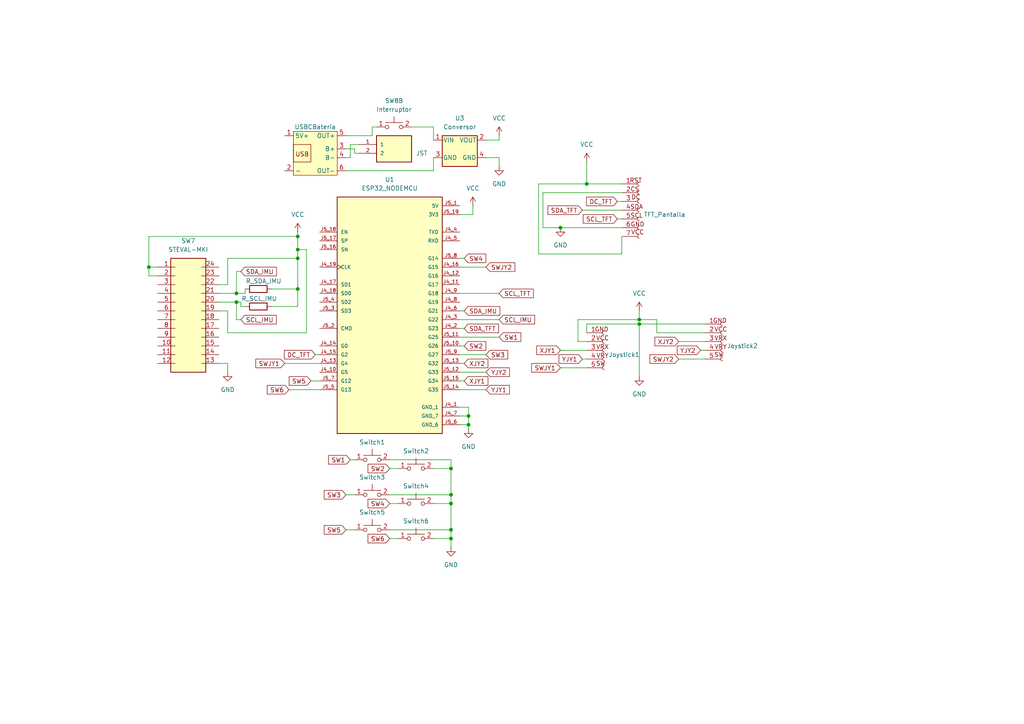
<source format=kicad_sch>
(kicad_sch (version 20231120) (generator "eeschema") (generator_version "8.0")
  (paper "A4")
  (lib_symbols
    (symbol "Connector:Conn_01x05_Socket" (pin_names (offset 1.016) hide)
      (property "Value" "Joystick1" (at 1.27 -1.2699 0))
      (symbol "Conn_01x05_Socket_1_1"
        (arc (start 0 -4.572) (mid -0.5058 -5.08) (end 0 -5.588) (stroke (width 0.1524)))
        (arc (start 0 -2.032) (mid -0.5058 -2.54) (end 0 -3.048) (stroke (width 0.1524)))
        (polyline (pts (xy -1.27 -5.08) (xy -0.508 -5.08)) (stroke (width 0.1524)))
        (polyline (pts (xy -1.27 -2.54) (xy -0.508 -2.54)) (stroke (width 0.1524)))
        (polyline (pts (xy -1.27 0) (xy -0.508 0)) (stroke (width 0.1524)))
        (polyline (pts (xy -1.27 2.54) (xy -0.508 2.54)) (stroke (width 0.1524)))
        (polyline (pts (xy -1.27 5.08) (xy -0.508 5.08)) (stroke (width 0.1524)))
        (arc (start 0 0.508) (mid -0.5058 0) (end 0 -0.508) (stroke (width 0.1524)))
        (arc (start 0 3.048) (mid -0.5058 2.54) (end 0 2.032) (stroke (width 0.1524)))
        (arc (start 0 5.588) (mid -0.5058 5.08) (end 0 4.572) (stroke (width 0.1524)))
        (text "GND" (at -0.762 6.096 0) (effects (font (size 1.27 1.27))))
        (text "SW" (at -1.016 -3.81 0) (effects (font (size 1.27 1.27))))
        (text "VCC" (at -0.508 3.556 0) (effects (font (size 1.27 1.27))))
        (text "VRX" (at -0.508 1.016 0) (effects (font (size 1.27 1.27))))
        (text "VRY" (at -0.508 -1.524 0) (effects (font (size 1.27 1.27))))
        (pin passive line (at -5.08 5.08 0) (length 3.81) (name "Pin_1") (number "1"))
        (pin passive line (at -5.08 2.54 0) (length 3.81) (name "Pin_2") (number "2"))
        (pin passive line (at -5.08 0 0) (length 3.81) (name "Pin_3") (number "3"))
        (pin passive line (at -5.08 -2.54 0) (length 3.81) (name "Pin_4") (number "4"))
        (pin passive line (at -5.08 -5.08 0) (length 3.81) (name "Pin_5") (number "5"))
      )
    )
    (symbol "Connector:Conn_01x07_Socket" (pin_names (offset 1.016) hide)
      (property "Value" "TFT_Pantalla" (at 1.27 -1.2699 0))
      (symbol "Conn_01x07_Socket_1_1"
        (arc (start 0 -7.112) (mid -0.5058 -7.62) (end 0 -8.128) (stroke (width 0.1524)))
        (arc (start 0 -4.572) (mid -0.5058 -5.08) (end 0 -5.588) (stroke (width 0.1524)))
        (arc (start 0 -2.032) (mid -0.5058 -2.54) (end 0 -3.048) (stroke (width 0.1524)))
        (polyline (pts (xy -1.27 -7.62) (xy -0.508 -7.62)) (stroke (width 0.1524)))
        (polyline (pts (xy -1.27 -5.08) (xy -0.508 -5.08)) (stroke (width 0.1524)))
        (polyline (pts (xy -1.27 -2.54) (xy -0.508 -2.54)) (stroke (width 0.1524)))
        (polyline (pts (xy -1.27 0) (xy -0.508 0)) (stroke (width 0.1524)))
        (polyline (pts (xy -1.27 2.54) (xy -0.508 2.54)) (stroke (width 0.1524)))
        (polyline (pts (xy -1.27 5.08) (xy -0.508 5.08)) (stroke (width 0.1524)))
        (polyline (pts (xy -1.27 7.62) (xy -0.508 7.62)) (stroke (width 0.1524)))
        (arc (start 0 0.508) (mid -0.5058 0) (end 0 -0.508) (stroke (width 0.1524)))
        (arc (start 0 3.048) (mid -0.5058 2.54) (end 0 2.032) (stroke (width 0.1524)))
        (arc (start 0 5.588) (mid -0.5058 5.08) (end 0 4.572) (stroke (width 0.1524)))
        (arc (start 0 8.128) (mid -0.5058 7.62) (end 0 7.112) (stroke (width 0.1524)))
        (text "CS" (at -1.27 6.096 0) (effects (font (size 1.27 1.27))))
        (text "DC" (at -1.016 3.81 0) (effects (font (size 1.27 1.27))))
        (text "GND" (at -0.508 -4.064 0) (effects (font (size 1.27 1.27))))
        (text "RST" (at -1.016 8.636 0) (effects (font (size 1.27 1.27))))
        (text "SCL" (at -0.762 -1.524 0) (effects (font (size 1.27 1.27))))
        (text "SDA" (at -0.762 1.016 0) (effects (font (size 1.27 1.27))))
        (text "VCC" (at -0.508 -6.35 0) (effects (font (size 1.27 1.27))))
        (pin passive line (at -5.08 7.62 0) (length 3.81) (name "Pin_1") (number "1"))
        (pin passive line (at -5.08 5.08 0) (length 3.81) (name "Pin_2") (number "2"))
        (pin passive line (at -5.08 2.54 0) (length 3.81) (name "Pin_3") (number "3"))
        (pin passive line (at -5.08 0 0) (length 3.81) (name "Pin_4") (number "4"))
        (pin passive line (at -5.08 -2.54 0) (length 3.81) (name "Pin_5") (number "5"))
        (pin passive line (at -5.08 -5.08 0) (length 3.81) (name "Pin_6") (number "6"))
        (pin passive line (at -5.08 -7.62 0) (length 3.81) (name "Pin_7") (number "7"))
      )
    )
    (symbol "Device:R" (pin_numbers hide) (pin_names (offset 0))
      (property "Reference" "R" (at 2.032 0 90))
      (property "Value" "R" (at 0 0 90))
      (symbol "R_0_1"
        (rectangle (start -1.016 -2.54) (end 1.016 2.54) (stroke (width 0.254)))
      )
      (symbol "R_1_1"
        (pin passive line (at 0 3.81 270) (length 1.27) (name "~") (number "1"))
        (pin passive line (at 0 -3.81 90) (length 1.27) (name "~") (number "2"))
      )
    )
    (symbol "ESP32_NODEMCU:ESP32_NODEMCU" (pin_names (offset 1.016))
      (property "Reference" "U" (at -15.24 36.322 0))
      (property "Value" "ESP32_NODEMCU" (at -15.24 -35.56 0))
      (symbol "ESP32_NODEMCU_0_0"
        (rectangle (start -15.24 -33.02) (end 15.24 35.56) (stroke (width 0.254)) (fill (type background)))
        (pin power_in line (at 20.32 -25.4 180) (length 5.08) (name "GND_1") (number "J4_1"))
        (pin bidirectional line (at -20.32 -15.24 0) (length 5.08) (name "G5") (number "J4_10"))
        (pin bidirectional line (at 20.32 10.16 180) (length 5.08) (name "G17") (number "J4_11"))
        (pin bidirectional line (at 20.32 12.7 180) (length 5.08) (name "G16") (number "J4_12"))
        (pin bidirectional line (at -20.32 -12.7 0) (length 5.08) (name "G4") (number "J4_13"))
        (pin bidirectional line (at -20.32 -7.62 0) (length 5.08) (name "G0") (number "J4_14"))
        (pin bidirectional line (at -20.32 -10.16 0) (length 5.08) (name "G2") (number "J4_15"))
        (pin bidirectional line (at 20.32 15.24 180) (length 5.08) (name "G15") (number "J4_16"))
        (pin bidirectional line (at -20.32 10.16 0) (length 5.08) (name "SD1") (number "J4_17"))
        (pin bidirectional line (at -20.32 7.62 0) (length 5.08) (name "SD0") (number "J4_18"))
        (pin input clock (at -20.32 15.24 0) (length 5.08) (name "CLK") (number "J4_19"))
        (pin bidirectional line (at 20.32 -2.54 180) (length 5.08) (name "G23") (number "J4_2"))
        (pin bidirectional line (at 20.32 0 180) (length 5.08) (name "G22") (number "J4_3"))
        (pin output line (at 20.32 25.4 180) (length 5.08) (name "TXD") (number "J4_4"))
        (pin input line (at 20.32 22.86 180) (length 5.08) (name "RXD") (number "J4_5"))
        (pin bidirectional line (at 20.32 2.54 180) (length 5.08) (name "G21") (number "J4_6"))
        (pin power_in line (at 20.32 -27.94 180) (length 5.08) (name "GND_7") (number "J4_7"))
        (pin bidirectional line (at 20.32 5.08 180) (length 5.08) (name "G19") (number "J4_8"))
        (pin bidirectional line (at 20.32 7.62 180) (length 5.08) (name "G18") (number "J4_9"))
        (pin power_in line (at 20.32 33.02 180) (length 5.08) (name "5V") (number "J5_1"))
        (pin bidirectional line (at 20.32 -7.62 180) (length 5.08) (name "G26") (number "J5_10"))
        (pin bidirectional line (at 20.32 -5.08 180) (length 5.08) (name "G25") (number "J5_11"))
        (pin bidirectional line (at 20.32 -15.24 180) (length 5.08) (name "G33") (number "J5_12"))
        (pin bidirectional line (at 20.32 -12.7 180) (length 5.08) (name "G32") (number "J5_13"))
        (pin bidirectional line (at 20.32 -20.32 180) (length 5.08) (name "G35") (number "J5_14"))
        (pin bidirectional line (at 20.32 -17.78 180) (length 5.08) (name "G34") (number "J5_15"))
        (pin input line (at -20.32 20.32 0) (length 5.08) (name "SN") (number "J5_16"))
        (pin input line (at -20.32 22.86 0) (length 5.08) (name "SP") (number "J5_17"))
        (pin input line (at -20.32 25.4 0) (length 5.08) (name "EN") (number "J5_18"))
        (pin power_in line (at 20.32 30.48 180) (length 5.08) (name "3V3") (number "J5_19"))
        (pin bidirectional line (at -20.32 -2.54 0) (length 5.08) (name "CMD") (number "J5_2"))
        (pin bidirectional line (at -20.32 2.54 0) (length 5.08) (name "SD3") (number "J5_3"))
        (pin bidirectional line (at -20.32 5.08 0) (length 5.08) (name "SD2") (number "J5_4"))
        (pin bidirectional line (at -20.32 -20.32 0) (length 5.08) (name "G13") (number "J5_5"))
        (pin power_in line (at 20.32 -30.48 180) (length 5.08) (name "GND_6") (number "J5_6"))
        (pin bidirectional line (at -20.32 -17.78 0) (length 5.08) (name "G12") (number "J5_7"))
        (pin bidirectional line (at 20.32 17.78 180) (length 5.08) (name "G14") (number "J5_8"))
        (pin bidirectional line (at 20.32 -10.16 180) (length 5.08) (name "G27") (number "J5_9"))
      )
    )
    (symbol "Regulator_Switching:TPS560200" (pin_names (offset 0.254))
      (property "Reference" "U2" (at 0 7.62 0))
      (property "Value" "Conversor" (at 0 5.08 0))
      (symbol "TPS560200_0_1"
        (rectangle (start -5.08 3.81) (end 5.08 -5.08) (stroke (width 0.254)) (fill (type background)))
      )
      (symbol "TPS560200_1_1"
        (pin input line (at -7.62 2.54 0) (length 2.54) (name "VIN") (number "1"))
        (pin output line (at 7.62 2.54 180) (length 2.54) (name "VOUT") (number "2"))
        (pin input line (at -7.62 -2.54 0) (length 2.54) (name "GND") (number "3"))
        (pin output line (at 7.62 -2.54 180) (length 2.54) (name "GND") (number "4"))
      )
    )
    (symbol "S2B-PH-K-S_LF__SN_:S2B-PH-K-S_LF__SN_" (pin_names (offset 1.016))
      (property "Reference" "J" (at -5.08 3.302 0))
      (property "Value" "S2B-PH-K-S_LF__SN_" (at -5.08 -7.62 0))
      (symbol "S2B-PH-K-S_LF__SN__0_0"
        (rectangle (start -5.08 -5.08) (end 5.08 2.54) (stroke (width 0.254)) (fill (type background)))
        (pin passive line (at -10.16 0 0) (length 5.08) (name "1") (number "1"))
        (pin passive line (at -10.16 -2.54 0) (length 5.08) (name "2") (number "2"))
      )
    )
    (symbol "STEVAL-MKI:SW_DIP_x12" (pin_names (offset 0) hide)
      (property "Reference" "SW" (at -1.27 19.05 0))
      (property "Value" "SW_DIP_x12" (at -0.762 -16.51 0))
      (symbol "SW_DIP_x12_1_1"
        (rectangle (start -6.35 17.78) (end 3.81 -15.24) (stroke (width 0.254)) (fill (type background)))
        (pin passive line (at -10.16 15.24 0) (length 5.08) (name "VDD") (number "1"))
        (pin passive line (at -10.16 -7.62 0) (length 5.08) (name "~") (number "10"))
        (pin passive line (at -10.16 -10.16 0) (length 5.08) (name "~") (number "11"))
        (pin passive line (at -10.16 -12.7 0) (length 5.08) (name "~") (number "12"))
        (pin passive line (at 7.62 -12.7 180) (length 5.08) (name "GND") (number "13"))
        (pin passive line (at 7.62 -10.16 180) (length 5.08) (name "INT1") (number "14"))
        (pin passive line (at 7.62 -7.62 180) (length 5.08) (name "INT2") (number "15"))
        (pin passive line (at 7.62 -5.08 180) (length 5.08) (name "~") (number "16"))
        (pin passive line (at 7.62 -2.54 180) (length 5.08) (name "~") (number "17"))
        (pin passive line (at 7.62 0 180) (length 5.08) (name "~") (number "18"))
        (pin passive line (at 7.62 2.54 180) (length 5.08) (name "CS") (number "19"))
        (pin passive line (at -10.16 12.7 0) (length 5.08) (name "VDDIO") (number "2"))
        (pin passive line (at 7.62 5.08 180) (length 5.08) (name "SCL") (number "20"))
        (pin passive line (at 7.62 7.62 180) (length 5.08) (name "SDA") (number "21"))
        (pin passive line (at 7.62 10.16 180) (length 5.08) (name "SDO") (number "22"))
        (pin passive line (at 7.62 12.7 180) (length 5.08) (name "~") (number "23"))
        (pin passive line (at 7.62 15.24 180) (length 5.08) (name "~") (number "24"))
        (pin passive line (at -10.16 10.16 0) (length 5.08) (name "RES10") (number "3"))
        (pin passive line (at -10.16 7.62 0) (length 5.08) (name "MSCL") (number "4"))
        (pin passive line (at -10.16 5.08 0) (length 5.08) (name "MSDA") (number "5"))
        (pin passive line (at -10.16 2.54 0) (length 5.08) (name "RES11") (number "6"))
        (pin passive line (at -10.16 0 0) (length 5.08) (name "~") (number "7"))
        (pin passive line (at -10.16 -2.54 0) (length 5.08) (name "~") (number "8"))
        (pin passive line (at -10.16 -5.08 0) (length 5.08) (name "~") (number "9"))
      )
    )
    (symbol "SW_Push_Dual_x2_1" (pin_names (offset 1.016) hide)
      (property "Reference" "SW8" (at 0 7.62 0))
      (property "Value" "Interruptor" (at 0 5.08 0))
      (symbol "SW_Push_Dual_x2_1_0_1"
        (circle (center -2.032 0) (radius 0.508))
        (polyline (pts (xy 0 1.27) (xy 0 3.048)))
        (polyline (pts (xy 2.54 1.27) (xy -2.54 1.27)))
        (circle (center 2.032 0) (radius 0.508))
      )
      (symbol "SW_Push_Dual_x2_1_1_1"
        (pin passive line (at -5.08 0 0) (length 2.54) (name "C") (number "1"))
        (pin passive line (at 5.08 0 180) (length 2.54) (name "D") (number "2"))
      )
      (symbol "SW_Push_Dual_x2_1_2_1"
        (pin passive line (at -5.08 0 0) (length 2.54) (name "C") (number "1"))
        (pin passive line (at 5.08 0 180) (length 2.54) (name "D") (number "2"))
      )
    )
    (symbol "Switch:SW_Push_Dual_x2" (pin_names (offset 1.016) hide)
      (property "Reference" "SW" (at 1.27 2.54 0))
      (property "Value" "SW_Push_Dual_x2" (at 0 -1.524 0))
      (symbol "SW_Push_Dual_x2_0_1"
        (circle (center -2.032 0) (radius 0.508))
        (polyline (pts (xy 0 1.27) (xy 0 3.048)))
        (polyline (pts (xy 2.54 1.27) (xy -2.54 1.27)))
        (circle (center 2.032 0) (radius 0.508))
      )
      (symbol "SW_Push_Dual_x2_1_1"
        (pin passive line (at -5.08 0 0) (length 2.54) (name "C") (number "1"))
        (pin passive line (at 5.08 0 180) (length 2.54) (name "D") (number "2"))
      )
      (symbol "SW_Push_Dual_x2_2_1"
        (pin passive line (at -5.08 0 0) (length 2.54) (name "C") (number "3"))
        (pin passive line (at 5.08 0 180) (length 2.54) (name "D") (number "4"))
      )
    )
    (symbol "power:GND" (power) (pin_numbers hide) (pin_names (offset 0) hide)
      (property "Value" "GND" (at 0 -3.81 0))
      (symbol "GND_0_1"
        (polyline (pts (xy 0 0) (xy 0 -1.27) (xy 1.27 -1.27) (xy 0 -2.54) (xy -1.27 -1.27) (xy 0 -1.27)))
      )
      (symbol "GND_1_1"
        (pin power_in line (at 0 0 270) (length 0) (name "~") (number "1"))
      )
    )
    (symbol "power:VCC" (power) (pin_numbers hide) (pin_names (offset 0) hide)
      (property "Value" "VCC" (at 0 3.556 0))
      (symbol "VCC_0_1"
        (polyline (pts (xy -0.762 1.27) (xy 0 2.54)))
        (polyline (pts (xy 0 0) (xy 0 2.54)))
        (polyline (pts (xy 0 2.54) (xy 0.762 1.27)))
      )
      (symbol "VCC_1_1"
        (pin power_in line (at 0 0 90) (length 0) (name "~") (number "1"))
      )
    )
    (symbol "tp4056_usb_c_module:TP4056_USB_C_Module"
      (property "Reference" "TP" (at 0.254 7.62 0))
      (symbol "TP4056_USB_C_Module_0_1"
        (rectangle (start -6.35 2.54) (end -1.27 -2.54))
      )
      (symbol "TP4056_USB_C_Module_1_1"
        (rectangle (start -6.35 6.35) (end 6.35 -6.35) (fill (type background)))
        (text "USB" (at -3.81 -0.254 0) (effects (font (size 1.27 1.27))))
        (pin power_in line (at -8.89 5.08 0) (length 2.54) (name "5V+") (number "1"))
        (pin power_in line (at -8.89 -5.08 0) (length 2.54) (name "-") (number "2"))
        (pin power_in line (at 8.89 1.27 180) (length 2.54) (name "B+") (number "3"))
        (pin power_in line (at 8.89 -1.27 180) (length 2.54) (name "B-") (number "4"))
        (pin power_out line (at 8.89 5.08 180) (length 2.54) (name "OUT+") (number "5"))
        (pin power_out line (at 8.89 -5.08 180) (length 2.54) (name "OUT-") (number "6"))
      )
    )
  )
  (junction (at 185.42 93.98))
  (junction (at 135.89 120.65))
  (junction (at 130.81 143.51))
  (junction (at 162.56 66.04))
  (junction (at 130.81 146.05))
  (junction (at 43.18 77.47))
  (junction (at 86.36 68.58))
  (junction (at 86.36 74.93))
  (junction (at 130.81 153.67))
  (junction (at 185.42 92.71))
  (junction (at 68.58 87.63))
  (junction (at 86.36 72.39))
  (junction (at 130.81 156.21))
  (junction (at 135.89 123.19))
  (junction (at 130.81 135.89))
  (junction (at 86.36 83.82))
  (junction (at 170.18 53.34))
  (junction (at 68.58 85.09))
  (wire (pts (xy 113.03 133.35) (xy 130.81 133.35)))
  (wire (pts (xy 100.33 43.18) (xy 102.87 43.18)))
  (wire (pts (xy 113.03 135.89) (xy 115.57 135.89)))
  (wire (pts (xy 133.35 105.41) (xy 134.62 105.41)))
  (wire (pts (xy 66.04 90.17) (xy 66.04 96.52)))
  (wire (pts (xy 167.64 99.06) (xy 167.64 92.71)))
  (wire (pts (xy 170.18 93.98) (xy 185.42 93.98)))
  (wire (pts (xy 196.85 104.14) (xy 204.47 104.14)))
  (wire (pts (xy 170.18 53.34) (xy 170.18 46.99)))
  (wire (pts (xy 156.21 73.66) (xy 156.21 53.34)))
  (wire (pts (xy 130.81 156.21) (xy 130.81 158.75)))
  (wire (pts (xy 125.73 135.89) (xy 130.81 135.89)))
  (wire (pts (xy 63.5 105.41) (xy 66.04 105.41)))
  (wire (pts (xy 43.18 80.01) (xy 43.18 77.47)))
  (wire (pts (xy 133.35 85.09) (xy 144.78 85.09)))
  (wire (pts (xy 125.73 146.05) (xy 130.81 146.05)))
  (wire (pts (xy 204.47 96.52) (xy 190.5 96.52)))
  (wire (pts (xy 100.33 45.72) (xy 101.6 45.72)))
  (wire (pts (xy 162.56 106.68) (xy 170.18 106.68)))
  (wire (pts (xy 162.56 66.04) (xy 180.34 66.04)))
  (wire (pts (xy 196.85 99.06) (xy 204.47 99.06)))
  (wire (pts (xy 133.35 100.33) (xy 134.62 100.33)))
  (wire (pts (xy 185.42 92.71) (xy 190.5 92.71)))
  (wire (pts (xy 162.56 101.6) (xy 170.18 101.6)))
  (wire (pts (xy 83.82 113.03) (xy 92.71 113.03)))
  (wire (pts (xy 43.18 68.58) (xy 86.36 68.58)))
  (wire (pts (xy 66.04 82.55) (xy 66.04 74.93)))
  (wire (pts (xy 66.04 96.52) (xy 88.9 96.52)))
  (wire (pts (xy 82.55 105.41) (xy 92.71 105.41)))
  (wire (pts (xy 167.64 92.71) (xy 185.42 92.71)))
  (wire (pts (xy 66.04 105.41) (xy 66.04 107.95)))
  (wire (pts (xy 133.35 110.49) (xy 134.62 110.49)))
  (wire (pts (xy 102.87 44.45) (xy 104.14 44.45)))
  (wire (pts (xy 43.18 77.47) (xy 45.72 77.47)))
  (wire (pts (xy 133.35 90.17) (xy 134.62 90.17)))
  (wire (pts (xy 113.03 153.67) (xy 130.81 153.67)))
  (wire (pts (xy 133.35 97.79) (xy 144.78 97.79)))
  (wire (pts (xy 119.38 36.83) (xy 125.73 36.83)))
  (wire (pts (xy 100.33 39.37) (xy 107.95 39.37)))
  (wire (pts (xy 168.91 60.96) (xy 180.34 60.96)))
  (wire (pts (xy 102.87 153.67) (xy 100.33 153.67)))
  (wire (pts (xy 125.73 49.53) (xy 125.73 45.72)))
  (wire (pts (xy 144.78 45.72) (xy 144.78 48.26)))
  (wire (pts (xy 180.34 73.66) (xy 156.21 73.66)))
  (wire (pts (xy 185.42 90.17) (xy 185.42 92.71)))
  (wire (pts (xy 140.97 45.72) (xy 144.78 45.72)))
  (wire (pts (xy 130.81 135.89) (xy 130.81 143.51)))
  (wire (pts (xy 133.35 74.93) (xy 134.62 74.93)))
  (wire (pts (xy 69.85 88.9) (xy 69.85 87.63)))
  (wire (pts (xy 133.35 92.71) (xy 144.78 92.71)))
  (wire (pts (xy 133.35 118.11) (xy 135.89 118.11)))
  (wire (pts (xy 68.58 85.09) (xy 71.12 85.09)))
  (wire (pts (xy 107.95 36.83) (xy 109.22 36.83)))
  (wire (pts (xy 113.03 146.05) (xy 115.57 146.05)))
  (wire (pts (xy 100.33 49.53) (xy 125.73 49.53)))
  (wire (pts (xy 133.35 102.87) (xy 140.97 102.87)))
  (wire (pts (xy 113.03 156.21) (xy 115.57 156.21)))
  (wire (pts (xy 69.85 88.9) (xy 71.12 88.9)))
  (wire (pts (xy 68.58 78.74) (xy 68.58 85.09)))
  (wire (pts (xy 133.35 95.25) (xy 134.62 95.25)))
  (wire (pts (xy 157.48 66.04) (xy 162.56 66.04)))
  (wire (pts (xy 133.35 123.19) (xy 135.89 123.19)))
  (wire (pts (xy 156.21 53.34) (xy 170.18 53.34)))
  (wire (pts (xy 90.17 110.49) (xy 92.71 110.49)))
  (wire (pts (xy 78.74 88.9) (xy 86.36 88.9)))
  (wire (pts (xy 86.36 74.93) (xy 86.36 83.82)))
  (wire (pts (xy 185.42 93.98) (xy 204.47 93.98)))
  (wire (pts (xy 102.87 43.18) (xy 102.87 44.45)))
  (wire (pts (xy 101.6 41.91) (xy 104.14 41.91)))
  (wire (pts (xy 203.2 101.6) (xy 204.47 101.6)))
  (wire (pts (xy 137.16 62.23) (xy 137.16 59.69)))
  (wire (pts (xy 101.6 133.35) (xy 102.87 133.35)))
  (wire (pts (xy 180.34 53.34) (xy 170.18 53.34)))
  (wire (pts (xy 113.03 143.51) (xy 130.81 143.51)))
  (wire (pts (xy 86.36 88.9) (xy 86.36 83.82)))
  (wire (pts (xy 63.5 90.17) (xy 66.04 90.17)))
  (wire (pts (xy 86.36 68.58) (xy 86.36 72.39)))
  (wire (pts (xy 45.72 80.01) (xy 43.18 80.01)))
  (wire (pts (xy 133.35 113.03) (xy 140.97 113.03)))
  (wire (pts (xy 66.04 74.93) (xy 86.36 74.93)))
  (wire (pts (xy 86.36 67.31) (xy 86.36 68.58)))
  (wire (pts (xy 170.18 99.06) (xy 167.64 99.06)))
  (wire (pts (xy 135.89 120.65) (xy 135.89 123.19)))
  (wire (pts (xy 168.91 104.14) (xy 170.18 104.14)))
  (wire (pts (xy 180.34 55.88) (xy 157.48 55.88)))
  (wire (pts (xy 71.12 85.09) (xy 71.12 83.82)))
  (wire (pts (xy 78.74 83.82) (xy 86.36 83.82)))
  (wire (pts (xy 130.81 133.35) (xy 130.81 135.89)))
  (wire (pts (xy 68.58 87.63) (xy 69.85 87.63)))
  (wire (pts (xy 133.35 107.95) (xy 140.97 107.95)))
  (wire (pts (xy 135.89 118.11) (xy 135.89 120.65)))
  (wire (pts (xy 130.81 153.67) (xy 130.81 156.21)))
  (wire (pts (xy 144.78 40.64) (xy 144.78 39.37)))
  (wire (pts (xy 69.85 78.74) (xy 68.58 78.74)))
  (wire (pts (xy 135.89 123.19) (xy 135.89 124.46)))
  (wire (pts (xy 180.34 73.66) (xy 180.34 68.58)))
  (wire (pts (xy 170.18 96.52) (xy 170.18 93.98)))
  (wire (pts (xy 88.9 72.39) (xy 86.36 72.39)))
  (wire (pts (xy 69.85 92.71) (xy 68.58 92.71)))
  (wire (pts (xy 125.73 156.21) (xy 130.81 156.21)))
  (wire (pts (xy 133.35 62.23) (xy 137.16 62.23)))
  (wire (pts (xy 107.95 39.37) (xy 107.95 36.83)))
  (wire (pts (xy 130.81 143.51) (xy 130.81 146.05)))
  (wire (pts (xy 125.73 36.83) (xy 125.73 40.64)))
  (wire (pts (xy 43.18 77.47) (xy 43.18 68.58)))
  (wire (pts (xy 179.07 58.42) (xy 180.34 58.42)))
  (wire (pts (xy 101.6 45.72) (xy 101.6 41.91)))
  (wire (pts (xy 63.5 82.55) (xy 66.04 82.55)))
  (wire (pts (xy 179.07 63.5) (xy 180.34 63.5)))
  (wire (pts (xy 100.33 143.51) (xy 102.87 143.51)))
  (wire (pts (xy 88.9 96.52) (xy 88.9 72.39)))
  (wire (pts (xy 157.48 55.88) (xy 157.48 66.04)))
  (wire (pts (xy 86.36 72.39) (xy 86.36 74.93)))
  (wire (pts (xy 190.5 96.52) (xy 190.5 92.71)))
  (wire (pts (xy 133.35 120.65) (xy 135.89 120.65)))
  (wire (pts (xy 140.97 40.64) (xy 144.78 40.64)))
  (wire (pts (xy 63.5 85.09) (xy 68.58 85.09)))
  (wire (pts (xy 185.42 93.98) (xy 185.42 109.22)))
  (wire (pts (xy 68.58 92.71) (xy 68.58 87.63)))
  (wire (pts (xy 130.81 146.05) (xy 130.81 153.67)))
  (wire (pts (xy 133.35 77.47) (xy 140.97 77.47)))
  (wire (pts (xy 63.5 87.63) (xy 68.58 87.63)))
  (wire (pts (xy 91.44 102.87) (xy 92.71 102.87)))
  (global_label "SW1" (shape input) (at 101.6 133.35 180) (property "Intersheetrefs" "${INTERSHEET_REFS}" (effects (hide yes))))
  (global_label "SCL_IMU" (shape input) (at 144.78 92.71 0) (property "Intersheetrefs" "${INTERSHEET_REFS}" (effects (hide yes))))
  (global_label "SW4" (shape input) (at 134.62 74.93 0) (property "Intersheetrefs" "${INTERSHEET_REFS}" (effects (hide yes))))
  (global_label "YJY2" (shape input) (at 140.97 107.95 0) (property "Intersheetrefs" "${INTERSHEET_REFS}" (effects (hide yes))))
  (global_label "SCL_IMU" (shape input) (at 69.85 92.71 0) (property "Intersheetrefs" "${INTERSHEET_REFS}" (effects (hide yes))))
  (global_label "YJY1" (shape input) (at 140.97 113.03 0) (property "Intersheetrefs" "${INTERSHEET_REFS}" (effects (hide yes))))
  (global_label "SDA_TFT" (shape input) (at 134.62 95.25 0) (property "Intersheetrefs" "${INTERSHEET_REFS}" (effects (hide yes))))
  (global_label "SW1" (shape input) (at 144.78 97.79 0) (property "Intersheetrefs" "${INTERSHEET_REFS}" (effects (hide yes))))
  (global_label "SWJY1" (shape input) (at 82.55 105.41 180) (property "Intersheetrefs" "${INTERSHEET_REFS}" (effects (hide yes))))
  (global_label "SW2" (shape input) (at 134.62 100.33 0) (property "Intersheetrefs" "${INTERSHEET_REFS}" (effects (hide yes))))
  (global_label "SW5" (shape input) (at 90.17 110.49 180) (property "Intersheetrefs" "${INTERSHEET_REFS}" (effects (hide yes))))
  (global_label "XJY1" (shape input) (at 162.56 101.6 180) (property "Intersheetrefs" "${INTERSHEET_REFS}" (effects (hide yes))))
  (global_label "SWJY1" (shape input) (at 162.56 106.68 180) (property "Intersheetrefs" "${INTERSHEET_REFS}" (effects (hide yes))))
  (global_label "SDA_IMU" (shape input) (at 69.85 78.74 0) (property "Intersheetrefs" "${INTERSHEET_REFS}" (effects (hide yes))))
  (global_label "SW3" (shape input) (at 140.97 102.87 0) (property "Intersheetrefs" "${INTERSHEET_REFS}" (effects (hide yes))))
  (global_label "SCL_TFT" (shape input) (at 144.78 85.09 0) (property "Intersheetrefs" "${INTERSHEET_REFS}" (effects (hide yes))))
  (global_label "XJY2" (shape input) (at 196.85 99.06 180) (property "Intersheetrefs" "${INTERSHEET_REFS}" (effects (hide yes))))
  (global_label "SW5" (shape input) (at 100.33 153.67 180) (property "Intersheetrefs" "${INTERSHEET_REFS}" (effects (hide yes))))
  (global_label "YJY2" (shape input) (at 203.2 101.6 180) (property "Intersheetrefs" "${INTERSHEET_REFS}" (effects (hide yes))))
  (global_label "SDA_IMU" (shape input) (at 134.62 90.17 0) (property "Intersheetrefs" "${INTERSHEET_REFS}" (effects (hide yes))))
  (global_label "SWJY2" (shape input) (at 196.85 104.14 180) (property "Intersheetrefs" "${INTERSHEET_REFS}" (effects (hide yes))))
  (global_label "SW2" (shape input) (at 113.03 135.89 180) (property "Intersheetrefs" "${INTERSHEET_REFS}" (effects (hide yes))))
  (global_label "SW6" (shape input) (at 113.03 156.21 180) (property "Intersheetrefs" "${INTERSHEET_REFS}" (effects (hide yes))))
  (global_label "DC_TFT" (shape input) (at 91.44 102.87 180) (property "Intersheetrefs" "${INTERSHEET_REFS}" (effects (hide yes))))
  (global_label "SW3" (shape input) (at 100.33 143.51 180) (property "Intersheetrefs" "${INTERSHEET_REFS}" (effects (hide yes))))
  (global_label "SW6" (shape input) (at 83.82 113.03 180) (property "Intersheetrefs" "${INTERSHEET_REFS}" (effects (hide yes))))
  (global_label "XJY1" (shape input) (at 134.62 110.49 0) (property "Intersheetrefs" "${INTERSHEET_REFS}" (effects (hide yes))))
  (global_label "SDA_TFT" (shape input) (at 168.91 60.96 180) (property "Intersheetrefs" "${INTERSHEET_REFS}" (effects (hide yes))))
  (global_label "SWJY2" (shape input) (at 140.97 77.47 0) (property "Intersheetrefs" "${INTERSHEET_REFS}" (effects (hide yes))))
  (global_label "SCL_TFT" (shape input) (at 179.07 63.5 180) (property "Intersheetrefs" "${INTERSHEET_REFS}" (effects (hide yes))))
  (global_label "YJY1" (shape input) (at 168.91 104.14 180) (property "Intersheetrefs" "${INTERSHEET_REFS}" (effects (hide yes))))
  (global_label "SW4" (shape input) (at 113.03 146.05 180) (property "Intersheetrefs" "${INTERSHEET_REFS}" (effects (hide yes))))
  (global_label "DC_TFT" (shape input) (at 179.07 58.42 180) (property "Intersheetrefs" "${INTERSHEET_REFS}" (effects (hide yes))))
  (global_label "XJY2" (shape input) (at 134.62 105.41 0) (property "Intersheetrefs" "${INTERSHEET_REFS}" (effects (hide yes))))
  (symbol (lib_id "Device:R") (at 74.93 88.9 270) (unit 1)
    (property "Reference" "R2" (effects (hide yes)))
    (property "Value" "R_SCL_IMU" (at 75.184 86.614 90))
    (property "Footprint" "Resistor_THT:R_Axial_DIN0204_L3.6mm_D1.6mm_P1.90mm_Vertical" (effects (hide yes)))
    (property "Description" "Resistor" (effects (hide yes)))
  )
  (symbol (lib_id "Switch:SW_Push_Dual_x2") (at 120.65 135.89 0) (unit 1)
    (property "Reference" "SW2" (effects (hide yes)))
    (property "Value" "Switch2" (at 120.65 130.81 0))
    (property "Footprint" "Button_Switch_Keyboard:SW_Cherry_MX_1.00u_Plate" (effects (hide yes)))
    (property "Description" "Push button switch, generic, separate symbols, four pins" (effects (hide yes)))
  )
  (symbol (lib_id "Regulator_Switching:TPS560200") (at 133.35 43.18 0) (unit 1)
    (property "Reference" "U3" (at 133.35 34.29 0))
    (property "Value" "Conversor" (at 133.35 36.83 0))
    (property "Footprint" "TFG:Conversor" (effects (hide yes)))
    (property "Description" "500mA, Synchronous Step-Down Converter With, Adjustable Output Voltage, 4.5-17V Input Voltage, SOT-23-5" (effects (hide yes)))
  )
  (symbol (lib_id "power:VCC") (at 170.18 46.99 0) (unit 1)
    (property "Reference" "#PWR010" (effects (hide yes)))
    (property "Value" "VCC" (at 170.18 41.91 0))
    (property "Description" "Power symbol creates a global label with name \"VCC\"" (effects (hide yes)))
  )
  (symbol (lib_id "STEVAL-MKI:SW_DIP_x12") (at 55.88 92.71 0) (unit 1)
    (property "Reference" "SW7" (at 54.61 69.85 0))
    (property "Value" "STEVAL-MKI" (at 54.61 72.39 0))
    (property "Footprint" "TFG:STEVAL-MKI229A" (effects (hide yes)))
    (property "Description" "12x DIP Switch, Single Pole Single Throw (SPST) switch, small symbol" (effects (hide yes)))
  )
  (symbol (lib_id "Switch:SW_Push_Dual_x2") (at 120.65 156.21 0) (unit 1)
    (property "Reference" "SW6" (effects (hide yes)))
    (property "Value" "Switch6" (at 120.65 151.13 0))
    (property "Footprint" "Button_Switch_Keyboard:SW_Cherry_MX_1.00u_Plate" (effects (hide yes)))
    (property "Description" "Push button switch, generic, separate symbols, four pins" (effects (hide yes)))
  )
  (symbol (lib_id "power:GND") (at 144.78 48.26 0) (unit 1)
    (property "Reference" "#PWR01" (effects (hide yes)))
    (property "Value" "GND" (at 144.78 53.34 0))
    (property "Description" "Power symbol creates a global label with name \"GND\" , ground" (effects (hide yes)))
  )
  (symbol (lib_id "power:GND") (at 162.56 66.04 0) (unit 1)
    (property "Reference" "#PWR011" (effects (hide yes)))
    (property "Value" "GND" (at 162.56 71.12 0))
    (property "Description" "Power symbol creates a global label with name \"GND\" , ground" (effects (hide yes)))
  )
  (symbol (lib_id "Switch:SW_Push_Dual_x2") (at 107.95 133.35 0) (unit 1)
    (property "Reference" "SW1" (effects (hide yes)))
    (property "Value" "Switch1" (at 107.95 128.27 0))
    (property "Footprint" "Button_Switch_Keyboard:SW_Cherry_MX_1.00u_Plate" (effects (hide yes)))
    (property "Description" "Push button switch, generic, separate symbols, four pins" (effects (hide yes)))
  )
  (symbol (lib_id "Device:R") (at 74.93 83.82 90) (unit 1)
    (property "Reference" "R1" (effects (hide yes)))
    (property "Value" "R_SDA_IMU" (at 76.454 81.534 90))
    (property "Footprint" "Resistor_THT:R_Axial_DIN0204_L3.6mm_D1.6mm_P1.90mm_Vertical" (effects (hide yes)))
    (property "Description" "Resistor" (effects (hide yes)))
  )
  (symbol (lib_id "Switch:SW_Push_Dual_x2") (at 107.95 143.51 0) (unit 1)
    (property "Reference" "SW3" (effects (hide yes)))
    (property "Value" "Switch3" (at 107.95 138.43 0))
    (property "Footprint" "Button_Switch_Keyboard:SW_Cherry_MX_1.00u_Plate" (effects (hide yes)))
    (property "Description" "Push button switch, generic, separate symbols, four pins" (effects (hide yes)))
  )
  (symbol (lib_id "power:GND") (at 135.89 124.46 0) (unit 1)
    (property "Reference" "#PWR08" (effects (hide yes)))
    (property "Value" "GND" (at 135.89 129.54 0))
    (property "Description" "Power symbol creates a global label with name \"GND\" , ground" (effects (hide yes)))
  )
  (symbol (lib_id "power:GND") (at 185.42 109.22 0) (unit 1)
    (property "Reference" "#PWR06" (effects (hide yes)))
    (property "Value" "GND" (at 185.42 114.3 0))
    (property "Description" "Power symbol creates a global label with name \"GND\" , ground" (effects (hide yes)))
  )
  (symbol (lib_id "Switch:SW_Push_Dual_x2") (at 107.95 153.67 0) (unit 1)
    (property "Reference" "SW5" (effects (hide yes)))
    (property "Value" "Switch5" (at 107.95 148.59 0))
    (property "Footprint" "Button_Switch_Keyboard:SW_Cherry_MX_1.00u_Plate" (effects (hide yes)))
    (property "Description" "Push button switch, generic, separate symbols, four pins" (effects (hide yes)))
  )
  (symbol (lib_id "Connector:Conn_01x05_Socket") (at 175.26 101.6 0) (unit 1)
    (property "Reference" "J3" (effects (hide yes)))
    (property "Value" "Joystick1" (at 176.53 102.8699 0) (effects (justify left)))
    (property "Footprint" "Connector_PinHeader_2.54mm:PinHeader_1x05_P2.54mm_Vertical" (effects (hide yes)))
    (property "Description" "Generic connector, single row, 01x05, script generated" (effects (hide yes)))
  )
  (symbol (lib_id "power:VCC") (at 137.16 59.69 0) (unit 1)
    (property "Reference" "#PWR09" (effects (hide yes)))
    (property "Value" "VCC" (at 137.16 54.61 0))
    (property "Description" "Power symbol creates a global label with name \"VCC\"" (effects (hide yes)))
  )
  (symbol (lib_id "ESP32_NODEMCU:ESP32_NODEMCU") (at 113.03 92.71 0) (unit 1)
    (property "Reference" "U1" (at 113.03 52.07 0))
    (property "Value" "ESP32_NODEMCU" (at 113.03 54.61 0))
    (property "Footprint" "ESP32_NODEMCU:MODULE_ESP32_NODEMCU" (effects (hide yes)))
    (property "MF" "AZ Delivery" (effects (hide yes)))
    (property "MAXIMUM_PACKAGE_HEIGHT" "6.6 mm" (effects (hide yes)))
    (property "Package" "Package" (effects (hide yes)))
    (property "Price" "None" (effects (hide yes)))
    (property "Check_prices" "https://www.snapeda.com/parts/ESP32%20NODEMCU/AZ+Displays/view-part/?ref=eda" (effects (hide yes)))
    (property "STANDARD" "Manufacturer Recommendations" (effects (hide yes)))
    (property "SnapEDA_Link" "https://www.snapeda.com/parts/ESP32%20NODEMCU/AZ+Displays/view-part/?ref=snap" (effects (hide yes)))
    (property "MP" "ESP32 NODEMCU" (effects (hide yes)))
    (property "Description_1" "\n                        \n                            NodeMCU is an open source loT platform. ESP32 is a series of low cost, low power\nsystem-on-chip (SoC) microcontrollers with integrated Wi-Fi and dual-mode Bluetooth.\n                        \n" (effects (hide yes)))
    (property "Availability" "Not in stock" (effects (hide yes)))
    (property "MANUFACTURER" "AZ Delivery" (effects (hide yes)))
  )
  (symbol (lib_id "tp4056_usb_c_module:TP4056_USB_C_Module") (at 91.44 44.45 0) (unit 1)
    (property "Reference" "TP1" (effects (hide yes)))
    (property "Value" "USBCBateria" (at 91.44 36.83 0))
    (property "Footprint" "TP4056:TP4056-Module" (effects (hide yes)))
  )
  (symbol (lib_id "power:VCC") (at 86.36 67.31 0) (unit 1)
    (property "Reference" "#PWR03" (effects (hide yes)))
    (property "Value" "VCC" (at 86.36 62.23 0))
    (property "Description" "Power symbol creates a global label with name \"VCC\"" (effects (hide yes)))
  )
  (symbol (lib_id "Switch:SW_Push_Dual_x2") (at 120.65 146.05 0) (unit 1)
    (property "Reference" "SW4" (effects (hide yes)))
    (property "Value" "Switch4" (at 120.65 140.97 0))
    (property "Footprint" "Button_Switch_Keyboard:SW_Cherry_MX_1.00u_Plate" (effects (hide yes)))
    (property "Description" "Push button switch, generic, separate symbols, four pins" (effects (hide yes)))
  )
  (symbol (lib_id "Connector:Conn_01x05_Socket") (at 209.55 99.06 0) (unit 1)
    (property "Reference" "J4" (effects (hide yes)))
    (property "Value" "Joystick2" (at 210.82 100.3299 0) (effects (justify left)))
    (property "Footprint" "Connector_PinHeader_2.54mm:PinHeader_1x05_P2.54mm_Vertical" (effects (hide yes)))
    (property "Description" "Generic connector, single row, 01x05, script generated" (effects (hide yes)))
  )
  (symbol (lib_id "power:GND") (at 66.04 107.95 0) (unit 1)
    (property "Reference" "#PWR04" (effects (hide yes)))
    (property "Value" "GND" (at 66.04 113.03 0))
    (property "Description" "Power symbol creates a global label with name \"GND\" , ground" (effects (hide yes)))
  )
  (symbol (lib_id "Connector:Conn_01x07_Socket") (at 185.42 60.96 0) (unit 1)
    (property "Reference" "J2" (effects (hide yes)))
    (property "Value" "TFT_Pantalla" (at 186.69 62.2299 0) (effects (justify left)))
    (property "Footprint" "Connector_PinSocket_2.54mm:PinSocket_1x07_P2.54mm_Vertical" (effects (hide yes)))
    (property "Description" "Generic connector, single row, 01x07, script generated" (effects (hide yes)))
  )
  (symbol (lib_name "SW_Push_Dual_x2_1") (lib_id "Switch:SW_Push_Dual_x2") (at 114.3 36.83 0) (unit 2)
    (property "Reference" "SW8" (at 114.3 29.21 0))
    (property "Value" "Interruptor" (at 114.3 31.75 0))
    (property "Footprint" "Button_Switch_THT:SW_DIP_SPSTx01_Slide_6.7x4.1mm_W7.62mm_P2.54mm_LowProfile" (effects (hide yes)))
    (property "Description" "Push button switch, generic, separate symbols, four pins" (effects (hide yes)))
  )
  (symbol (lib_id "S2B-PH-K-S_LF__SN_:S2B-PH-K-S_LF__SN_") (at 114.3 41.91 0) (unit 1)
    (property "Reference" "J1" (effects (hide yes)))
    (property "Value" "JST" (at 120.65 44.4499 0) (effects (justify left)))
    (property "Footprint" "S2B-PH-K-S_LF__SN_:JST_S2B-PH-K-S_LF__SN_" (effects (hide yes)))
    (property "MF" "JST Sales America Inc." (effects (hide yes)))
    (property "MAXIMUM_PACKAGE_HEIGHT" "4.8mm" (effects (hide yes)))
    (property "PACKAGE" "None" (effects (hide yes)))
    (property "PRICE" "None" (effects (hide yes)))
    (property "Package" "NON STANDARD-2 J.S.T." (effects (hide yes)))
    (property "Check_prices" "https://www.snapeda.com/parts/S2B-PH-K-S(LF)(SN)/JST/view-part/?ref=eda" (effects (hide yes)))
    (property "Price" "None" (effects (hide yes)))
    (property "SnapEDA_Link" "https://www.snapeda.com/parts/S2B-PH-K-S(LF)(SN)/JST/view-part/?ref=snap" (effects (hide yes)))
    (property "MP" "S2B-PH-K-S(LF)(SN)" (effects (hide yes)))
    (property "Description_1" "\n                        \n                            Connector Header Through Hole, Right Angle 2 position\n                        \n" (effects (hide yes)))
    (property "Availability" "In Stock" (effects (hide yes)))
    (property "AVAILABILITY" "Unavailable" (effects (hide yes)))
    (property "DESCRIPTION" "Connector Header Through Hole, Right Angle 2 position" (effects (hide yes)))
  )
  (symbol (lib_id "power:VCC") (at 185.42 90.17 0) (unit 1)
    (property "Reference" "#PWR07" (effects (hide yes)))
    (property "Value" "VCC" (at 185.42 85.09 0))
    (property "Description" "Power symbol creates a global label with name \"VCC\"" (effects (hide yes)))
  )
  (symbol (lib_id "power:GND") (at 130.81 158.75 0) (unit 1)
    (property "Reference" "#PWR02" (effects (hide yes)))
    (property "Value" "GND" (at 130.81 163.83 0))
    (property "Description" "Power symbol creates a global label with name \"GND\" , ground" (effects (hide yes)))
  )
  (symbol (lib_id "power:VCC") (at 144.78 39.37 0) (unit 1)
    (property "Reference" "#PWR05" (effects (hide yes)))
    (property "Value" "VCC" (at 144.78 34.29 0))
    (property "Description" "Power symbol creates a global label with name \"VCC\"" (effects (hide yes)))
  )
)
</source>
